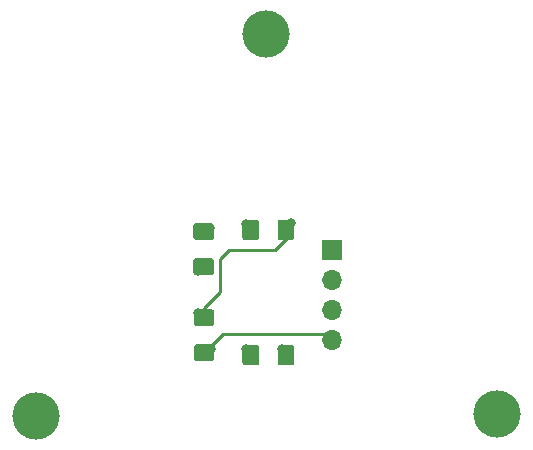
<source format=gbr>
G04 #@! TF.GenerationSoftware,KiCad,Pcbnew,5.0.2-bee76a0~70~ubuntu18.04.1*
G04 #@! TF.CreationDate,2018-11-28T17:48:58+01:00*
G04 #@! TF.ProjectId,AS5600_moveo_2_circ,41533536-3030-45f6-9d6f-76656f5f325f,rev?*
G04 #@! TF.SameCoordinates,Original*
G04 #@! TF.FileFunction,Copper,L1,Top*
G04 #@! TF.FilePolarity,Positive*
%FSLAX46Y46*%
G04 Gerber Fmt 4.6, Leading zero omitted, Abs format (unit mm)*
G04 Created by KiCad (PCBNEW 5.0.2-bee76a0~70~ubuntu18.04.1) date mié 28 nov 2018 17:48:58 CET*
%MOMM*%
%LPD*%
G01*
G04 APERTURE LIST*
G04 #@! TA.AperFunction,Conductor*
%ADD10C,0.100000*%
G04 #@! TD*
G04 #@! TA.AperFunction,SMDPad,CuDef*
%ADD11C,1.425000*%
G04 #@! TD*
G04 #@! TA.AperFunction,ComponentPad*
%ADD12R,1.700000X1.700000*%
G04 #@! TD*
G04 #@! TA.AperFunction,ComponentPad*
%ADD13O,1.700000X1.700000*%
G04 #@! TD*
G04 #@! TA.AperFunction,ViaPad*
%ADD14C,4.000000*%
G04 #@! TD*
G04 #@! TA.AperFunction,ViaPad*
%ADD15C,0.800000*%
G04 #@! TD*
G04 #@! TA.AperFunction,Conductor*
%ADD16C,0.250000*%
G04 #@! TD*
G04 APERTURE END LIST*
D10*
G04 #@! TO.N,GND*
G04 #@! TO.C,C1*
G36*
X143067304Y-88917304D02*
X143091573Y-88920904D01*
X143115371Y-88926865D01*
X143138471Y-88935130D01*
X143160649Y-88945620D01*
X143181693Y-88958233D01*
X143201398Y-88972847D01*
X143219577Y-88989323D01*
X143236053Y-89007502D01*
X143250667Y-89027207D01*
X143263280Y-89048251D01*
X143273770Y-89070429D01*
X143282035Y-89093529D01*
X143287996Y-89117327D01*
X143291596Y-89141596D01*
X143292800Y-89166100D01*
X143292800Y-90091100D01*
X143291596Y-90115604D01*
X143287996Y-90139873D01*
X143282035Y-90163671D01*
X143273770Y-90186771D01*
X143263280Y-90208949D01*
X143250667Y-90229993D01*
X143236053Y-90249698D01*
X143219577Y-90267877D01*
X143201398Y-90284353D01*
X143181693Y-90298967D01*
X143160649Y-90311580D01*
X143138471Y-90322070D01*
X143115371Y-90330335D01*
X143091573Y-90336296D01*
X143067304Y-90339896D01*
X143042800Y-90341100D01*
X141792800Y-90341100D01*
X141768296Y-90339896D01*
X141744027Y-90336296D01*
X141720229Y-90330335D01*
X141697129Y-90322070D01*
X141674951Y-90311580D01*
X141653907Y-90298967D01*
X141634202Y-90284353D01*
X141616023Y-90267877D01*
X141599547Y-90249698D01*
X141584933Y-90229993D01*
X141572320Y-90208949D01*
X141561830Y-90186771D01*
X141553565Y-90163671D01*
X141547604Y-90139873D01*
X141544004Y-90115604D01*
X141542800Y-90091100D01*
X141542800Y-89166100D01*
X141544004Y-89141596D01*
X141547604Y-89117327D01*
X141553565Y-89093529D01*
X141561830Y-89070429D01*
X141572320Y-89048251D01*
X141584933Y-89027207D01*
X141599547Y-89007502D01*
X141616023Y-88989323D01*
X141634202Y-88972847D01*
X141653907Y-88958233D01*
X141674951Y-88945620D01*
X141697129Y-88935130D01*
X141720229Y-88926865D01*
X141744027Y-88920904D01*
X141768296Y-88917304D01*
X141792800Y-88916100D01*
X143042800Y-88916100D01*
X143067304Y-88917304D01*
X143067304Y-88917304D01*
G37*
D11*
G04 #@! TD*
G04 #@! TO.P,C1,2*
G04 #@! TO.N,GND*
X142417800Y-89628600D03*
D10*
G04 #@! TO.N,5V*
G04 #@! TO.C,C1*
G36*
X143067304Y-85942304D02*
X143091573Y-85945904D01*
X143115371Y-85951865D01*
X143138471Y-85960130D01*
X143160649Y-85970620D01*
X143181693Y-85983233D01*
X143201398Y-85997847D01*
X143219577Y-86014323D01*
X143236053Y-86032502D01*
X143250667Y-86052207D01*
X143263280Y-86073251D01*
X143273770Y-86095429D01*
X143282035Y-86118529D01*
X143287996Y-86142327D01*
X143291596Y-86166596D01*
X143292800Y-86191100D01*
X143292800Y-87116100D01*
X143291596Y-87140604D01*
X143287996Y-87164873D01*
X143282035Y-87188671D01*
X143273770Y-87211771D01*
X143263280Y-87233949D01*
X143250667Y-87254993D01*
X143236053Y-87274698D01*
X143219577Y-87292877D01*
X143201398Y-87309353D01*
X143181693Y-87323967D01*
X143160649Y-87336580D01*
X143138471Y-87347070D01*
X143115371Y-87355335D01*
X143091573Y-87361296D01*
X143067304Y-87364896D01*
X143042800Y-87366100D01*
X141792800Y-87366100D01*
X141768296Y-87364896D01*
X141744027Y-87361296D01*
X141720229Y-87355335D01*
X141697129Y-87347070D01*
X141674951Y-87336580D01*
X141653907Y-87323967D01*
X141634202Y-87309353D01*
X141616023Y-87292877D01*
X141599547Y-87274698D01*
X141584933Y-87254993D01*
X141572320Y-87233949D01*
X141561830Y-87211771D01*
X141553565Y-87188671D01*
X141547604Y-87164873D01*
X141544004Y-87140604D01*
X141542800Y-87116100D01*
X141542800Y-86191100D01*
X141544004Y-86166596D01*
X141547604Y-86142327D01*
X141553565Y-86118529D01*
X141561830Y-86095429D01*
X141572320Y-86073251D01*
X141584933Y-86052207D01*
X141599547Y-86032502D01*
X141616023Y-86014323D01*
X141634202Y-85997847D01*
X141653907Y-85983233D01*
X141674951Y-85970620D01*
X141697129Y-85960130D01*
X141720229Y-85951865D01*
X141744027Y-85945904D01*
X141768296Y-85942304D01*
X141792800Y-85941100D01*
X143042800Y-85941100D01*
X143067304Y-85942304D01*
X143067304Y-85942304D01*
G37*
D11*
G04 #@! TD*
G04 #@! TO.P,C1,1*
G04 #@! TO.N,5V*
X142417800Y-86653600D03*
D10*
G04 #@! TO.N,GND*
G04 #@! TO.C,C2*
G36*
X143029204Y-78638304D02*
X143053473Y-78641904D01*
X143077271Y-78647865D01*
X143100371Y-78656130D01*
X143122549Y-78666620D01*
X143143593Y-78679233D01*
X143163298Y-78693847D01*
X143181477Y-78710323D01*
X143197953Y-78728502D01*
X143212567Y-78748207D01*
X143225180Y-78769251D01*
X143235670Y-78791429D01*
X143243935Y-78814529D01*
X143249896Y-78838327D01*
X143253496Y-78862596D01*
X143254700Y-78887100D01*
X143254700Y-79812100D01*
X143253496Y-79836604D01*
X143249896Y-79860873D01*
X143243935Y-79884671D01*
X143235670Y-79907771D01*
X143225180Y-79929949D01*
X143212567Y-79950993D01*
X143197953Y-79970698D01*
X143181477Y-79988877D01*
X143163298Y-80005353D01*
X143143593Y-80019967D01*
X143122549Y-80032580D01*
X143100371Y-80043070D01*
X143077271Y-80051335D01*
X143053473Y-80057296D01*
X143029204Y-80060896D01*
X143004700Y-80062100D01*
X141754700Y-80062100D01*
X141730196Y-80060896D01*
X141705927Y-80057296D01*
X141682129Y-80051335D01*
X141659029Y-80043070D01*
X141636851Y-80032580D01*
X141615807Y-80019967D01*
X141596102Y-80005353D01*
X141577923Y-79988877D01*
X141561447Y-79970698D01*
X141546833Y-79950993D01*
X141534220Y-79929949D01*
X141523730Y-79907771D01*
X141515465Y-79884671D01*
X141509504Y-79860873D01*
X141505904Y-79836604D01*
X141504700Y-79812100D01*
X141504700Y-78887100D01*
X141505904Y-78862596D01*
X141509504Y-78838327D01*
X141515465Y-78814529D01*
X141523730Y-78791429D01*
X141534220Y-78769251D01*
X141546833Y-78748207D01*
X141561447Y-78728502D01*
X141577923Y-78710323D01*
X141596102Y-78693847D01*
X141615807Y-78679233D01*
X141636851Y-78666620D01*
X141659029Y-78656130D01*
X141682129Y-78647865D01*
X141705927Y-78641904D01*
X141730196Y-78638304D01*
X141754700Y-78637100D01*
X143004700Y-78637100D01*
X143029204Y-78638304D01*
X143029204Y-78638304D01*
G37*
D11*
G04 #@! TD*
G04 #@! TO.P,C2,2*
G04 #@! TO.N,GND*
X142379700Y-79349600D03*
D10*
G04 #@! TO.N,+3V3*
G04 #@! TO.C,C2*
G36*
X143029204Y-81613304D02*
X143053473Y-81616904D01*
X143077271Y-81622865D01*
X143100371Y-81631130D01*
X143122549Y-81641620D01*
X143143593Y-81654233D01*
X143163298Y-81668847D01*
X143181477Y-81685323D01*
X143197953Y-81703502D01*
X143212567Y-81723207D01*
X143225180Y-81744251D01*
X143235670Y-81766429D01*
X143243935Y-81789529D01*
X143249896Y-81813327D01*
X143253496Y-81837596D01*
X143254700Y-81862100D01*
X143254700Y-82787100D01*
X143253496Y-82811604D01*
X143249896Y-82835873D01*
X143243935Y-82859671D01*
X143235670Y-82882771D01*
X143225180Y-82904949D01*
X143212567Y-82925993D01*
X143197953Y-82945698D01*
X143181477Y-82963877D01*
X143163298Y-82980353D01*
X143143593Y-82994967D01*
X143122549Y-83007580D01*
X143100371Y-83018070D01*
X143077271Y-83026335D01*
X143053473Y-83032296D01*
X143029204Y-83035896D01*
X143004700Y-83037100D01*
X141754700Y-83037100D01*
X141730196Y-83035896D01*
X141705927Y-83032296D01*
X141682129Y-83026335D01*
X141659029Y-83018070D01*
X141636851Y-83007580D01*
X141615807Y-82994967D01*
X141596102Y-82980353D01*
X141577923Y-82963877D01*
X141561447Y-82945698D01*
X141546833Y-82925993D01*
X141534220Y-82904949D01*
X141523730Y-82882771D01*
X141515465Y-82859671D01*
X141509504Y-82835873D01*
X141505904Y-82811604D01*
X141504700Y-82787100D01*
X141504700Y-81862100D01*
X141505904Y-81837596D01*
X141509504Y-81813327D01*
X141515465Y-81789529D01*
X141523730Y-81766429D01*
X141534220Y-81744251D01*
X141546833Y-81723207D01*
X141561447Y-81703502D01*
X141577923Y-81685323D01*
X141596102Y-81668847D01*
X141615807Y-81654233D01*
X141636851Y-81641620D01*
X141659029Y-81631130D01*
X141682129Y-81622865D01*
X141705927Y-81616904D01*
X141730196Y-81613304D01*
X141754700Y-81612100D01*
X143004700Y-81612100D01*
X143029204Y-81613304D01*
X143029204Y-81613304D01*
G37*
D11*
G04 #@! TD*
G04 #@! TO.P,C2,1*
G04 #@! TO.N,+3V3*
X142379700Y-82324600D03*
D12*
G04 #@! TO.P,J1,1*
G04 #@! TO.N,5V*
X153276300Y-80886300D03*
D13*
G04 #@! TO.P,J1,2*
G04 #@! TO.N,SDA*
X153276300Y-83426300D03*
G04 #@! TO.P,J1,3*
G04 #@! TO.N,SCL*
X153276300Y-85966300D03*
G04 #@! TO.P,J1,4*
G04 #@! TO.N,GND*
X153276300Y-88506300D03*
G04 #@! TD*
D10*
G04 #@! TO.N,SCL*
G04 #@! TO.C,R1*
G36*
X149840604Y-88940604D02*
X149864873Y-88944204D01*
X149888671Y-88950165D01*
X149911771Y-88958430D01*
X149933949Y-88968920D01*
X149954993Y-88981533D01*
X149974698Y-88996147D01*
X149992877Y-89012623D01*
X150009353Y-89030802D01*
X150023967Y-89050507D01*
X150036580Y-89071551D01*
X150047070Y-89093729D01*
X150055335Y-89116829D01*
X150061296Y-89140627D01*
X150064896Y-89164896D01*
X150066100Y-89189400D01*
X150066100Y-90439400D01*
X150064896Y-90463904D01*
X150061296Y-90488173D01*
X150055335Y-90511971D01*
X150047070Y-90535071D01*
X150036580Y-90557249D01*
X150023967Y-90578293D01*
X150009353Y-90597998D01*
X149992877Y-90616177D01*
X149974698Y-90632653D01*
X149954993Y-90647267D01*
X149933949Y-90659880D01*
X149911771Y-90670370D01*
X149888671Y-90678635D01*
X149864873Y-90684596D01*
X149840604Y-90688196D01*
X149816100Y-90689400D01*
X148891100Y-90689400D01*
X148866596Y-90688196D01*
X148842327Y-90684596D01*
X148818529Y-90678635D01*
X148795429Y-90670370D01*
X148773251Y-90659880D01*
X148752207Y-90647267D01*
X148732502Y-90632653D01*
X148714323Y-90616177D01*
X148697847Y-90597998D01*
X148683233Y-90578293D01*
X148670620Y-90557249D01*
X148660130Y-90535071D01*
X148651865Y-90511971D01*
X148645904Y-90488173D01*
X148642304Y-90463904D01*
X148641100Y-90439400D01*
X148641100Y-89189400D01*
X148642304Y-89164896D01*
X148645904Y-89140627D01*
X148651865Y-89116829D01*
X148660130Y-89093729D01*
X148670620Y-89071551D01*
X148683233Y-89050507D01*
X148697847Y-89030802D01*
X148714323Y-89012623D01*
X148732502Y-88996147D01*
X148752207Y-88981533D01*
X148773251Y-88968920D01*
X148795429Y-88958430D01*
X148818529Y-88950165D01*
X148842327Y-88944204D01*
X148866596Y-88940604D01*
X148891100Y-88939400D01*
X149816100Y-88939400D01*
X149840604Y-88940604D01*
X149840604Y-88940604D01*
G37*
D11*
G04 #@! TD*
G04 #@! TO.P,R1,2*
G04 #@! TO.N,SCL*
X149353600Y-89814400D03*
D10*
G04 #@! TO.N,5V*
G04 #@! TO.C,R1*
G36*
X146865604Y-88940604D02*
X146889873Y-88944204D01*
X146913671Y-88950165D01*
X146936771Y-88958430D01*
X146958949Y-88968920D01*
X146979993Y-88981533D01*
X146999698Y-88996147D01*
X147017877Y-89012623D01*
X147034353Y-89030802D01*
X147048967Y-89050507D01*
X147061580Y-89071551D01*
X147072070Y-89093729D01*
X147080335Y-89116829D01*
X147086296Y-89140627D01*
X147089896Y-89164896D01*
X147091100Y-89189400D01*
X147091100Y-90439400D01*
X147089896Y-90463904D01*
X147086296Y-90488173D01*
X147080335Y-90511971D01*
X147072070Y-90535071D01*
X147061580Y-90557249D01*
X147048967Y-90578293D01*
X147034353Y-90597998D01*
X147017877Y-90616177D01*
X146999698Y-90632653D01*
X146979993Y-90647267D01*
X146958949Y-90659880D01*
X146936771Y-90670370D01*
X146913671Y-90678635D01*
X146889873Y-90684596D01*
X146865604Y-90688196D01*
X146841100Y-90689400D01*
X145916100Y-90689400D01*
X145891596Y-90688196D01*
X145867327Y-90684596D01*
X145843529Y-90678635D01*
X145820429Y-90670370D01*
X145798251Y-90659880D01*
X145777207Y-90647267D01*
X145757502Y-90632653D01*
X145739323Y-90616177D01*
X145722847Y-90597998D01*
X145708233Y-90578293D01*
X145695620Y-90557249D01*
X145685130Y-90535071D01*
X145676865Y-90511971D01*
X145670904Y-90488173D01*
X145667304Y-90463904D01*
X145666100Y-90439400D01*
X145666100Y-89189400D01*
X145667304Y-89164896D01*
X145670904Y-89140627D01*
X145676865Y-89116829D01*
X145685130Y-89093729D01*
X145695620Y-89071551D01*
X145708233Y-89050507D01*
X145722847Y-89030802D01*
X145739323Y-89012623D01*
X145757502Y-88996147D01*
X145777207Y-88981533D01*
X145798251Y-88968920D01*
X145820429Y-88958430D01*
X145843529Y-88950165D01*
X145867327Y-88944204D01*
X145891596Y-88940604D01*
X145916100Y-88939400D01*
X146841100Y-88939400D01*
X146865604Y-88940604D01*
X146865604Y-88940604D01*
G37*
D11*
G04 #@! TD*
G04 #@! TO.P,R1,1*
G04 #@! TO.N,5V*
X146378600Y-89814400D03*
D10*
G04 #@! TO.N,SDA*
G04 #@! TO.C,R2*
G36*
X146865604Y-78348804D02*
X146889873Y-78352404D01*
X146913671Y-78358365D01*
X146936771Y-78366630D01*
X146958949Y-78377120D01*
X146979993Y-78389733D01*
X146999698Y-78404347D01*
X147017877Y-78420823D01*
X147034353Y-78439002D01*
X147048967Y-78458707D01*
X147061580Y-78479751D01*
X147072070Y-78501929D01*
X147080335Y-78525029D01*
X147086296Y-78548827D01*
X147089896Y-78573096D01*
X147091100Y-78597600D01*
X147091100Y-79847600D01*
X147089896Y-79872104D01*
X147086296Y-79896373D01*
X147080335Y-79920171D01*
X147072070Y-79943271D01*
X147061580Y-79965449D01*
X147048967Y-79986493D01*
X147034353Y-80006198D01*
X147017877Y-80024377D01*
X146999698Y-80040853D01*
X146979993Y-80055467D01*
X146958949Y-80068080D01*
X146936771Y-80078570D01*
X146913671Y-80086835D01*
X146889873Y-80092796D01*
X146865604Y-80096396D01*
X146841100Y-80097600D01*
X145916100Y-80097600D01*
X145891596Y-80096396D01*
X145867327Y-80092796D01*
X145843529Y-80086835D01*
X145820429Y-80078570D01*
X145798251Y-80068080D01*
X145777207Y-80055467D01*
X145757502Y-80040853D01*
X145739323Y-80024377D01*
X145722847Y-80006198D01*
X145708233Y-79986493D01*
X145695620Y-79965449D01*
X145685130Y-79943271D01*
X145676865Y-79920171D01*
X145670904Y-79896373D01*
X145667304Y-79872104D01*
X145666100Y-79847600D01*
X145666100Y-78597600D01*
X145667304Y-78573096D01*
X145670904Y-78548827D01*
X145676865Y-78525029D01*
X145685130Y-78501929D01*
X145695620Y-78479751D01*
X145708233Y-78458707D01*
X145722847Y-78439002D01*
X145739323Y-78420823D01*
X145757502Y-78404347D01*
X145777207Y-78389733D01*
X145798251Y-78377120D01*
X145820429Y-78366630D01*
X145843529Y-78358365D01*
X145867327Y-78352404D01*
X145891596Y-78348804D01*
X145916100Y-78347600D01*
X146841100Y-78347600D01*
X146865604Y-78348804D01*
X146865604Y-78348804D01*
G37*
D11*
G04 #@! TD*
G04 #@! TO.P,R2,2*
G04 #@! TO.N,SDA*
X146378600Y-79222600D03*
D10*
G04 #@! TO.N,5V*
G04 #@! TO.C,R2*
G36*
X149840604Y-78348804D02*
X149864873Y-78352404D01*
X149888671Y-78358365D01*
X149911771Y-78366630D01*
X149933949Y-78377120D01*
X149954993Y-78389733D01*
X149974698Y-78404347D01*
X149992877Y-78420823D01*
X150009353Y-78439002D01*
X150023967Y-78458707D01*
X150036580Y-78479751D01*
X150047070Y-78501929D01*
X150055335Y-78525029D01*
X150061296Y-78548827D01*
X150064896Y-78573096D01*
X150066100Y-78597600D01*
X150066100Y-79847600D01*
X150064896Y-79872104D01*
X150061296Y-79896373D01*
X150055335Y-79920171D01*
X150047070Y-79943271D01*
X150036580Y-79965449D01*
X150023967Y-79986493D01*
X150009353Y-80006198D01*
X149992877Y-80024377D01*
X149974698Y-80040853D01*
X149954993Y-80055467D01*
X149933949Y-80068080D01*
X149911771Y-80078570D01*
X149888671Y-80086835D01*
X149864873Y-80092796D01*
X149840604Y-80096396D01*
X149816100Y-80097600D01*
X148891100Y-80097600D01*
X148866596Y-80096396D01*
X148842327Y-80092796D01*
X148818529Y-80086835D01*
X148795429Y-80078570D01*
X148773251Y-80068080D01*
X148752207Y-80055467D01*
X148732502Y-80040853D01*
X148714323Y-80024377D01*
X148697847Y-80006198D01*
X148683233Y-79986493D01*
X148670620Y-79965449D01*
X148660130Y-79943271D01*
X148651865Y-79920171D01*
X148645904Y-79896373D01*
X148642304Y-79872104D01*
X148641100Y-79847600D01*
X148641100Y-78597600D01*
X148642304Y-78573096D01*
X148645904Y-78548827D01*
X148651865Y-78525029D01*
X148660130Y-78501929D01*
X148670620Y-78479751D01*
X148683233Y-78458707D01*
X148697847Y-78439002D01*
X148714323Y-78420823D01*
X148732502Y-78404347D01*
X148752207Y-78389733D01*
X148773251Y-78377120D01*
X148795429Y-78366630D01*
X148818529Y-78358365D01*
X148842327Y-78352404D01*
X148866596Y-78348804D01*
X148891100Y-78347600D01*
X149816100Y-78347600D01*
X149840604Y-78348804D01*
X149840604Y-78348804D01*
G37*
D11*
G04 #@! TD*
G04 #@! TO.P,R2,1*
G04 #@! TO.N,5V*
X149353600Y-79222600D03*
D14*
G04 #@! TO.N,*
X147662900Y-62623700D03*
X167182800Y-94805500D03*
X128219200Y-94945200D03*
D15*
G04 #@! TO.N,5V*
X145961100Y-89319100D03*
X149783800Y-78663800D03*
X141871700Y-86233000D03*
G04 #@! TO.N,GND*
X142976600Y-89268300D03*
X142951200Y-79032100D03*
G04 #@! TO.N,+3V3*
X141922500Y-82727800D03*
G04 #@! TO.N,SDA*
X145961100Y-78740000D03*
G04 #@! TO.N,SCL*
X148996400Y-89268300D03*
G04 #@! TD*
D16*
G04 #@! TO.N,5V*
X149783800Y-79527400D02*
X149783800Y-78663800D01*
X142417800Y-85841100D02*
X143802100Y-84456800D01*
X142417800Y-86653600D02*
X142417800Y-85841100D01*
X143802100Y-84456800D02*
X143802100Y-81673700D01*
X144564100Y-80911700D02*
X148399500Y-80911700D01*
X143802100Y-81673700D02*
X144564100Y-80911700D01*
X148399500Y-80911700D02*
X149783800Y-79527400D01*
G04 #@! TO.N,GND*
X152831800Y-88061800D02*
X153276300Y-88506300D01*
X142417800Y-89628600D02*
X143984600Y-88061800D01*
X143984600Y-88061800D02*
X152831800Y-88061800D01*
G04 #@! TD*
M02*

</source>
